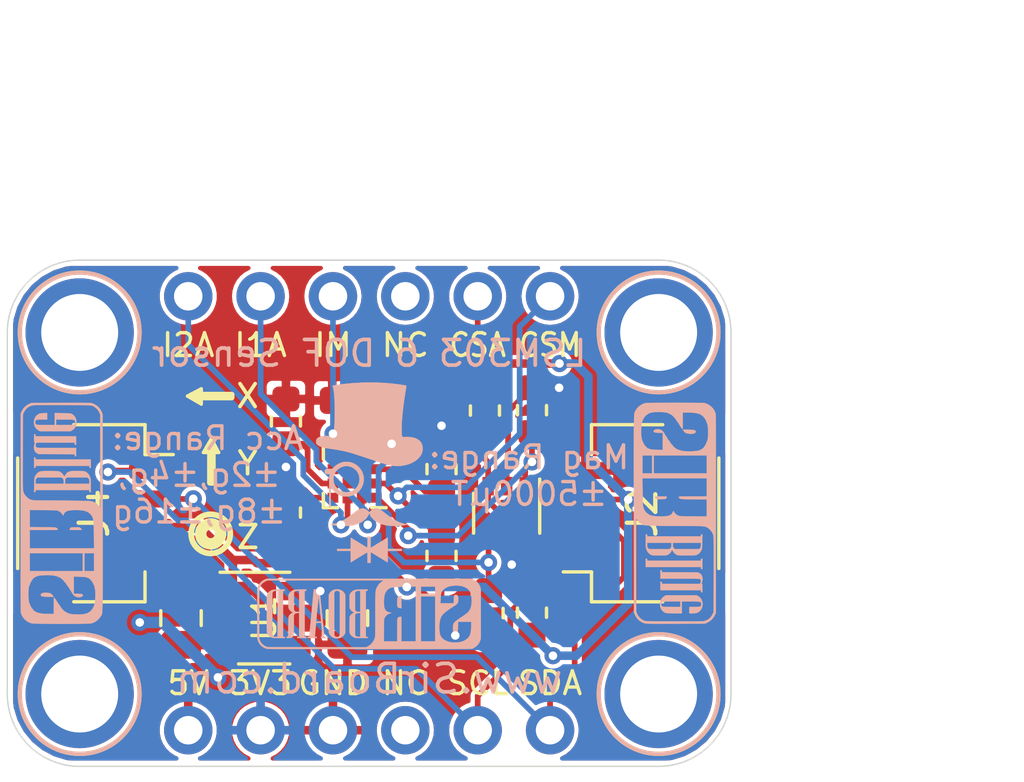
<source format=kicad_pcb>
(kicad_pcb (version 20171130) (host pcbnew "(5.1.2)-2")
  (title_block (title "LSM303AGR Breakout with 5V Level Shift") (date 2020-01-21) (rev 2) (company SirBoard) (comment 1 "Magnetometer: ±5000µT") (comment 2 "Accelerometer: ±2g, ±4g, ±8g, ±16g") (comment 3 "Digital 16 bit I2C/SPI Accelerometer And Magnetometer") (comment 4 "LSM303AGR - SirBlue"))
  (layers (0 F.Cu signal) (31 B.Cu signal) (34 B.Paste user hide) (35 F.Paste user hide) (36 B.SilkS user) (37 F.SilkS user) (38 B.Mask user hide) (39 F.Mask user hide) (44 Edge.Cuts user))
  (net 0 "")
  (net 1 GND)
  (net 2 5V)
  (net 3 3V3)
  (net 4 "Net-(U1-Pad4)")
  (net 5 SCL_5V)
  (net 6 SDA_3V3)
  (net 7 SDA_5V)
  (net 8 SCL_3V3)
  (net 9 "Net-(C2-Pad1)")
  (net 10 CS_MAG)
  (net 11 CS__XL)
  (net 12 INT_MAG)
  (net 13 INT1_XL)
  (net 14 INT2_XL)
  (net 15 "Net-(J1-Pad4)")
  (net 16 "Net-(J3-Pad4)")
  (module Capacitor_SMD:C_0603_1608Metric (layer F.Cu) (at 64.77 32.004 180)
    (fp_text reference C2 hide)
    (fp_text value 220nF)
    (pad 2 smd roundrect (at 0.7875 0 180) (size 0.875 0.95) (layers F.Cu F.Paste F.Mask) (net 1 GND))
    (pad 1 smd roundrect (at -0.7875 0 180) (size 0.875 0.95) (layers F.Cu F.Paste F.Mask) (net 9 "Net-(C2-Pad1)"))
  )
  (module Capacitor_SMD:C_0603_1608Metric (layer F.Cu) (at 62.357 35.941 270)
    (fp_text reference C3 hide)
    (fp_text value 100nF)
    (pad 2 smd roundrect (at 0.7875 0 270) (size 0.875 0.95) (layers F.Cu F.Paste F.Mask) (net 1 GND))
    (pad 1 smd roundrect (at -0.7875 0 270) (size 0.875 0.95) (layers F.Cu F.Paste F.Mask) (net 3 3V3))
  )
  (module Capacitor_SMD:C_0603_1608Metric (layer F.Cu) (at 62.357 32.7405 90)
    (fp_text reference C5 hide)
    (fp_text value 100nF)
    (pad 2 smd roundrect (at 0.7875 0 90) (size 0.875 0.95) (layers F.Cu F.Paste F.Mask) (net 1 GND))
    (pad 1 smd roundrect (at -0.7875 0 90) (size 0.875 0.95) (layers F.Cu F.Paste F.Mask) (net 3 3V3))
  )
  (module Resistor_SMD:R_0603_1608Metric (layer F.Cu) (at 67.818 37.465 90)
    (fp_text reference R1 hide)
    (fp_text value 10K)
    (pad 2 smd roundrect (at 0.7875 0 90) (size 0.875 0.95) (layers F.Cu F.Paste F.Mask) (net 11 CS__XL))
    (pad 1 smd roundrect (at -0.7875 0 90) (size 0.875 0.95) (layers F.Cu F.Paste F.Mask) (net 3 3V3))
  )
  (module Package_LGA:LGA-12_2x2mm_P0.5mm (layer F.Cu) (at 64.77 34.671 180)
    (fp_text reference U2 hide)
    (fp_text value LSM303AGR)
    (pad 12 smd rect (at -0.25 -0.7625 270) (size 0.375 0.35) (layers F.Cu F.Paste F.Mask) (net 13 INT1_XL))
    (pad 11 smd rect (at 0.25 -0.7625 270) (size 0.375 0.35) (layers F.Cu F.Paste F.Mask) (net 14 INT2_XL))
    (pad 6 smd rect (at 0.25 0.7625 270) (size 0.375 0.35) (layers F.Cu F.Paste F.Mask) (net 1 GND))
    (pad 5 smd rect (at -0.25 0.7625 270) (size 0.375 0.35) (layers F.Cu F.Paste F.Mask) (net 9 "Net-(C2-Pad1)"))
    (pad 10 smd rect (at 0.7625 -0.75 180) (size 0.375 0.35) (layers F.Cu F.Paste F.Mask) (net 3 3V3))
    (pad 1 smd rect (at -0.7625 -0.75 180) (size 0.375 0.35) (layers F.Cu F.Paste F.Mask) (net 8 SCL_3V3))
    (pad 7 smd rect (at 0.7625 0.75 180) (size 0.375 0.35) (layers F.Cu F.Paste F.Mask) (net 12 INT_MAG))
    (pad 4 smd rect (at -0.7625 0.75 180) (size 0.375 0.35) (layers F.Cu F.Paste F.Mask) (net 6 SDA_3V3))
    (pad 8 smd rect (at 0.7625 0.25 180) (size 0.375 0.35) (layers F.Cu F.Paste F.Mask) (net 1 GND))
    (pad 9 smd rect (at 0.7625 -0.25 180) (size 0.375 0.35) (layers F.Cu F.Paste F.Mask) (net 3 3V3))
    (pad 3 smd rect (at -0.7625 0.25 180) (size 0.375 0.35) (layers F.Cu F.Paste F.Mask) (net 10 CS_MAG))
    (pad 2 smd rect (at -0.7625 -0.25 180) (size 0.375 0.35) (layers F.Cu F.Paste F.Mask) (net 11 CS__XL))
  )
  (module Resistor_SMD:R_0603_1608Metric (layer F.Cu) (at 67.818 34.417 270)
    (fp_text reference R2 hide)
    (fp_text value 10K)
    (pad 2 smd roundrect (at 0.7875 0 270) (size 0.875 0.95) (layers F.Cu F.Paste F.Mask) (net 10 CS_MAG))
    (pad 1 smd roundrect (at -0.7875 0 270) (size 0.875 0.95) (layers F.Cu F.Paste F.Mask) (net 3 3V3))
  )
  (module logo:SirBoard79x25 (layer B.Cu) (at 65.278 39.497 180)
    (fp_text reference G*** hide)
    (fp_text value LOGO hide)
  )
  (module logo:logo63x89 (layer B.Cu) (at 65.278 34.544 180)
    (fp_text reference G*** hide)
    (fp_text value LOGO hide)
  )
  (module logo:SirBlue78x29 (layer B.Cu) (at 76.0095 35.9664 270)
    (fp_text reference G*** hide)
    (fp_text value LOGO hide)
  )
  (module logo:SirBlue78x29 (layer B.Cu) (at 54.483 35.9664 90)
    (fp_text reference G*** hide)
    (fp_text value LOGO hide)
  )
  (module Connector_PinHeader_2.54mm:PinHeader_1x06_P2.54mm_Vertical (layer B.Cu) (at 58.928 28.3464 270)
    (fp_text reference J3 hide)
    (fp_text value Conn_01x06)
    (pad 6 thru_hole oval (at 0 -12.7 270) (size 1.7 1.7) (drill 1) (layers *.Cu *.Mask) (net 11 CS__XL))
    (pad 5 thru_hole oval (at 0 -10.16 270) (size 1.7 1.7) (drill 1) (layers *.Cu *.Mask) (net 10 CS_MAG))
    (pad 4 thru_hole oval (at 0 -7.62 270) (size 1.7 1.7) (drill 1) (layers *.Cu *.Mask) (net 16 "Net-(J3-Pad4)"))
    (pad 3 thru_hole oval (at 0 -5.08 270) (size 1.7 1.7) (drill 1) (layers *.Cu *.Mask) (net 12 INT_MAG))
    (pad 2 thru_hole oval (at 0 -2.54 270) (size 1.7 1.7) (drill 1) (layers *.Cu *.Mask) (net 13 INT1_XL))
    (pad 1 thru_hole circle (at 0 0 270) (size 1.7 1.7) (drill 1) (layers *.Cu *.Mask) (net 14 INT2_XL))
  )
  (module Connector_PinHeader_2.54mm:PinHeader_1x06_P2.54mm_Vertical (layer B.Cu) (at 58.928 43.5864 270)
    (fp_text reference J1 hide)
    (fp_text value Conn_01x06)
    (pad 6 thru_hole oval (at 0 -12.7 270) (size 1.7 1.7) (drill 1) (layers *.Cu *.Mask) (net 7 SDA_5V))
    (pad 5 thru_hole oval (at 0 -10.16 270) (size 1.7 1.7) (drill 1) (layers *.Cu *.Mask) (net 5 SCL_5V))
    (pad 4 thru_hole oval (at 0 -7.62 270) (size 1.7 1.7) (drill 1) (layers *.Cu *.Mask) (net 15 "Net-(J1-Pad4)"))
    (pad 3 thru_hole oval (at 0 -5.08 270) (size 1.7 1.7) (drill 1) (layers *.Cu *.Mask) (net 1 GND))
    (pad 2 thru_hole oval (at 0 -2.54 270) (size 1.7 1.7) (drill 1) (layers *.Cu *.Mask) (net 3 3V3))
    (pad 1 thru_hole circle (at 0 0 270) (size 1.7 1.7) (drill 1) (layers *.Cu *.Mask) (net 2 5V))
  )
  (module Package_TO_SOT_SMD:SOT-23-5 (layer F.Cu) (at 61.595 39.6494)
    (fp_text reference U1 (at 0 0 90) (layer F.SilkS) (effects (font (size 0.8 0.8) (thickness 0.12))))
    (fp_text value AP2127K-3.3)
    (pad 5 smd rect (at 1.1 -0.95) (size 1.06 0.65) (layers F.Cu F.Paste F.Mask) (net 3 3V3))
    (pad 4 smd rect (at 1.1 0.95) (size 1.06 0.65) (layers F.Cu F.Paste F.Mask) (net 4 "Net-(U1-Pad4)"))
    (pad 3 smd rect (at -1.1 0.95) (size 1.06 0.65) (layers F.Cu F.Paste F.Mask) (net 2 5V))
    (pad 2 smd rect (at -1.1 0) (size 1.06 0.65) (layers F.Cu F.Paste F.Mask) (net 1 GND))
    (pad 1 smd rect (at -1.1 -0.95) (size 1.06 0.65) (layers F.Cu F.Paste F.Mask) (net 2 5V))
  )
  (module Connector_JST:JST_SH_SM04B-SRSS-TB_1x04-1MP_P1.00mm_Horizontal (layer F.Cu) (at 55.626 35.9664 270)
    (fp_text reference J4 (at 0 0 270) (layer F.SilkS))
    (fp_text value Conn_01x04)
    (pad MP smd roundrect (at 2.8 1.875 270) (size 1.2 1.8) (layers F.Cu F.Paste F.Mask) (roundrect_rratio 0.208333))
    (pad MP smd roundrect (at -2.8 1.875 270) (size 1.2 1.8) (layers F.Cu F.Paste F.Mask) (roundrect_rratio 0.208333))
    (pad 4 smd roundrect (at 1.5 -2 270) (size 0.6 1.55) (layers F.Cu F.Paste F.Mask) (net 1 GND))
    (pad 3 smd roundrect (at 0.5 -2 270) (size 0.6 1.55) (layers F.Cu F.Paste F.Mask) (net 2 5V))
    (pad 2 smd roundrect (at -0.5 -2 270) (size 0.6 1.55) (layers F.Cu F.Paste F.Mask) (net 7 SDA_5V))
    (pad 1 smd roundrect (at -1.5 -2 270) (size 0.6 1.55) (layers F.Cu F.Paste F.Mask) (net 5 SCL_5V))
  )
  (module Connector_JST:JST_SH_SM04B-SRSS-TB_1x04-1MP_P1.00mm_Horizontal (layer F.Cu) (at 74.8665 35.9664 90)
    (fp_text reference J2 (at 0 0 90) (layer F.SilkS))
    (fp_text value Conn_01x04)
    (pad MP smd roundrect (at 2.8 1.875 90) (size 1.2 1.8) (layers F.Cu F.Paste F.Mask) (roundrect_rratio 0.208333))
    (pad MP smd roundrect (at -2.8 1.875 90) (size 1.2 1.8) (layers F.Cu F.Paste F.Mask) (roundrect_rratio 0.208333))
    (pad 4 smd roundrect (at 1.5 -2 90) (size 0.6 1.55) (layers F.Cu F.Paste F.Mask) (net 1 GND))
    (pad 3 smd roundrect (at 0.5 -2 90) (size 0.6 1.55) (layers F.Cu F.Paste F.Mask) (net 2 5V))
    (pad 2 smd roundrect (at -0.5 -2 90) (size 0.6 1.55) (layers F.Cu F.Paste F.Mask) (net 7 SDA_5V))
    (pad 1 smd roundrect (at -1.5 -2 90) (size 0.6 1.55) (layers F.Cu F.Paste F.Mask) (net 5 SCL_5V))
  )
  (module Capacitor_SMD:C_0805_2012Metric (layer F.Cu) (at 64.516 39.6494 270)
    (fp_text reference C4 hide)
    (fp_text value 10uF)
    (pad 2 smd roundrect (at 0.9375 0 270) (size 0.975 1.4) (layers F.Cu F.Paste F.Mask) (net 1 GND))
    (pad 1 smd roundrect (at -0.9375 0 270) (size 0.975 1.4) (layers F.Cu F.Paste F.Mask) (net 3 3V3))
  )
  (module Capacitor_SMD:C_0805_2012Metric (layer F.Cu) (at 58.674 39.6494 90)
    (fp_text reference C1 hide)
    (fp_text value 10uF)
    (pad 2 smd roundrect (at 0.9375 0 90) (size 0.975 1.4) (layers F.Cu F.Paste F.Mask) (net 1 GND))
    (pad 1 smd roundrect (at -0.9375 0 90) (size 0.975 1.4) (layers F.Cu F.Paste F.Mask) (net 2 5V))
  )
  (module SirBoardLibrary:MountingHole_M2.5_SirBoard (layer F.Cu) (at 55.118 42.3164 270)
    (fp_text reference H1 hide)
    (fp_text value MountingHole)
    (pad 1 thru_hole circle (at 0 0 270) (size 3.8 3.8) (drill 2.7) (layers *.Cu *.Mask))
  )
  (module SirBoardLibrary:MountingHole_M2.5_SirBoard (layer F.Cu) (at 55.118 29.6164 270)
    (fp_text reference H2 hide)
    (fp_text value MountingHole)
    (pad 1 thru_hole circle (at 0 0 270) (size 3.8 3.8) (drill 2.7) (layers *.Cu *.Mask))
  )
  (module SirBoardLibrary:MountingHole_M2.5_SirBoard (layer F.Cu) (at 75.438 42.3164 90)
    (fp_text reference H3 hide)
    (fp_text value MountingHole)
    (pad 1 thru_hole circle (at 0 0 90) (size 3.8 3.8) (drill 2.7) (layers *.Cu *.Mask))
  )
  (module SirBoardLibrary:MountingHole_M2.5_SirBoard (layer F.Cu) (at 75.438 29.6164 90)
    (fp_text reference H4 hide)
    (fp_text value MountingHole)
    (pad 1 thru_hole circle (at 0 0 90) (size 3.8 3.8) (drill 2.7) (layers *.Cu *.Mask))
  )
  (module Resistor_SMD:R_0603_1608Metric (layer F.Cu) (at 69.342 32.3596 270)
    (fp_text reference R8 hide)
    (fp_text value 10K)
    (pad 2 smd roundrect (at 0.7875 0 270) (size 0.875 0.95) (layers F.Cu F.Paste F.Mask) (net 7 SDA_5V))
    (pad 1 smd roundrect (at -0.7875 0 270) (size 0.875 0.95) (layers F.Cu F.Paste F.Mask) (net 2 5V))
  )
  (module Resistor_SMD:R_0603_1608Metric (layer F.Cu) (at 69.469 39.4716 270)
    (fp_text reference R7 hide)
    (fp_text value 10K)
    (pad 2 smd roundrect (at 0.7875 0 270) (size 0.875 0.95) (layers F.Cu F.Paste F.Mask) (net 3 3V3))
    (pad 1 smd roundrect (at -0.7875 0 270) (size 0.875 0.95) (layers F.Cu F.Paste F.Mask) (net 6 SDA_3V3))
  )
  (module Resistor_SMD:R_0603_1608Metric (layer F.Cu) (at 70.993 39.4589 90)
    (fp_text reference R6 hide)
    (fp_text value 10K)
    (pad 2 smd roundrect (at 0.7875 0 90) (size 0.875 0.95) (layers F.Cu F.Paste F.Mask) (net 5 SCL_5V))
    (pad 1 smd roundrect (at -0.7875 0 90) (size 0.875 0.95) (layers F.Cu F.Paste F.Mask) (net 2 5V))
  )
  (module Resistor_SMD:R_0603_1608Metric (layer F.Cu) (at 70.993 32.3469 90)
    (fp_text reference R5 hide)
    (fp_text value 10K)
    (pad 2 smd roundrect (at 0.7875 0 90) (size 0.875 0.95) (layers F.Cu F.Paste F.Mask) (net 3 3V3))
    (pad 1 smd roundrect (at -0.7875 0 90) (size 0.875 0.95) (layers F.Cu F.Paste F.Mask) (net 8 SCL_3V3))
  )
  (module Package_TO_SOT_SMD:SOT-363_SC-70-6 (layer F.Cu) (at 70.104 35.9664 270)
    (fp_text reference Q2 hide)
    (fp_text value BSS138DW)
    (pad 6 smd rect (at 0.95 -0.65 270) (size 0.65 0.4) (layers F.Cu F.Paste F.Mask) (net 5 SCL_5V))
    (pad 4 smd rect (at 0.95 0.65 270) (size 0.65 0.4) (layers F.Cu F.Paste F.Mask) (net 6 SDA_3V3))
    (pad 2 smd rect (at -0.95 0 270) (size 0.65 0.4) (layers F.Cu F.Paste F.Mask) (net 3 3V3))
    (pad 5 smd rect (at 0.95 0 270) (size 0.65 0.4) (layers F.Cu F.Paste F.Mask) (net 3 3V3))
    (pad 3 smd rect (at -0.95 0.65 270) (size 0.65 0.4) (layers F.Cu F.Paste F.Mask) (net 7 SDA_5V))
    (pad 1 smd rect (at -0.95 -0.65 270) (size 0.65 0.4) (layers F.Cu F.Paste F.Mask) (net 8 SCL_3V3))
  )
  (gr_line (start 59.4614 33.8328) (end 59.9948 33.8328) (layer F.SilkS) (width 0.12))
  (gr_line (start 59.5376 33.7566) (end 59.9186 33.7566) (layer F.SilkS) (width 0.12))
  (gr_line (start 59.7916 34.8996) (end 59.7916 33.528) (layer F.SilkS) (width 0.2))
  (gr_line (start 59.69 34.8996) (end 59.69 33.528) (layer F.SilkS) (width 0.2))
  (gr_line (start 59.7408 34.8996) (end 59.7408 33.528) (layer F.SilkS) (width 0.2))
  (gr_line (start 59.7408 33.3502) (end 59.4614 33.8328) (layer F.SilkS) (width 0.12))
  (gr_line (start 59.7408 33.3502) (end 59.9948 33.8328) (layer F.SilkS) (width 0.12))
  (gr_line (start 59.309 32.0548) (end 59.309 31.6738) (layer F.SilkS) (width 0.12))
  (gr_line (start 59.3852 32.131) (end 59.3852 31.5976) (layer F.SilkS) (width 0.12))
  (gr_line (start 60.452 31.8516) (end 59.0804 31.8516) (layer F.SilkS) (width 0.2))
  (gr_line (start 60.452 31.9024) (end 59.0804 31.9024) (layer F.SilkS) (width 0.2))
  (gr_line (start 60.452 31.8008) (end 59.0804 31.8008) (layer F.SilkS) (width 0.2))
  (gr_line (start 58.9026 31.8516) (end 59.3852 32.131) (layer F.SilkS) (width 0.12))
  (gr_line (start 58.9026 31.8516) (end 59.3852 31.5976) (layer F.SilkS) (width 0.12))
  (gr_text CSM (at 71.628 30.0609) (layer F.SilkS) (effects (font (size 0.8 0.7) (thickness 0.12))))
  (gr_text "Acc Range: \n±2g,±4g,\n±8g,±16g" (at 59.309 34.6202) (layer B.SilkS) (effects (font (size 0.8 0.8) (thickness 0.12)) (justify mirror)))
  (gr_text "Mag Range:\n±5000μT" (at 70.8914 34.6456) (layer B.SilkS) (effects (font (size 0.8 0.8) (thickness 0.12)) (justify mirror)))
  (gr_text Y (at 61.0108 34.2138) (layer F.SilkS) (effects (font (size 0.8 0.8) (thickness 0.13))))
  (gr_text Z (at 61.0235 36.7284 180) (layer F.SilkS) (effects (font (size 0.8 0.8) (thickness 0.13))))
  (gr_text X (at 61.0108 31.8516) (layer F.SilkS) (effects (font (size 0.8 0.8) (thickness 0.13))))
  (gr_circle (center 59.7154 36.6903) (end 59.8654 36.6903) (layer F.SilkS) (width 0.4))
  (gr_arc (start 59.7154 36.6903) (end 59.7408 36.0045) (angle -357.8050689) (layer F.SilkS) (width 0.2))
  (gr_text CSA (at 69.088 30.0609) (layer F.SilkS) (effects (font (size 0.8 0.7) (thickness 0.12))))
  (gr_text I2A (at 58.928 30.0609) (layer F.SilkS) (effects (font (size 0.8 0.8) (thickness 0.12))))
  (gr_text I1A (at 61.468 30.0609) (layer F.SilkS) (effects (font (size 0.8 0.8) (thickness 0.12))))
  (gr_text IM (at 64.008 30.0609) (layer F.SilkS) (effects (font (size 0.8 0.8) (thickness 0.12))))
  (gr_text NC (at 66.548 30.0609) (layer F.SilkS) (effects (font (size 0.8 0.8) (thickness 0.12))))
  (gr_text 5V (at 58.928 41.9354) (layer F.SilkS) (effects (font (size 0.8 0.8) (thickness 0.12))))
  (gr_text 3V3 (at 61.468 41.9354) (layer F.SilkS) (effects (font (size 0.8 0.8) (thickness 0.12))))
  (gr_text GND (at 64.008 41.9354) (layer F.SilkS) (effects (font (size 0.8 0.8) (thickness 0.12))))
  (gr_text NC (at 66.548 41.9354) (layer F.SilkS) (effects (font (size 0.8 0.8) (thickness 0.12))))
  (gr_text SCL (at 69.088 41.9354) (layer F.SilkS) (effects (font (size 0.8 0.8) (thickness 0.12))))
  (gr_text SDA (at 71.628 41.9354) (layer F.SilkS) (effects (font (size 0.8 0.8) (thickness 0.12))))
  (gr_arc (start 55.118 29.6164) (end 55.118 27.0764) (angle -90) (layer Edge.Cuts) (width 0.05))
  (gr_arc (start 75.438 29.6164) (end 77.978 29.6164) (angle -90) (layer Edge.Cuts) (width 0.05))
  (gr_arc (start 75.438 42.3164) (end 75.438 44.8564) (angle -90) (layer Edge.Cuts) (width 0.05))
  (gr_arc (start 55.118 42.3164) (end 52.578 42.3164) (angle -90) (layer Edge.Cuts) (width 0.05))
  (gr_line (start 52.578 42.3164) (end 52.578 29.6164) (layer Edge.Cuts) (width 0.05))
  (gr_line (start 55.118 27.0764) (end 75.438 27.0764) (layer Edge.Cuts) (width 0.05))
  (gr_line (start 77.978 29.6164) (end 77.978 42.3164) (layer Edge.Cuts) (width 0.05))
  (gr_line (start 75.438 44.8564) (end 55.118 44.8564) (layer Edge.Cuts) (width 0.05))
  (gr_text "LSM303 6 DOF Sensor" (at 65.278 30.353) (layer B.SilkS) (effects (font (size 0.9 0.9) (thickness 0.13)) (justify mirror)))
  (gr_text www.SirBoard.com (at 65.278 41.783) (layer B.SilkS) (effects (font (size 1 1) (thickness 0.13)) (justify mirror)))
  (via (at 59.9694 41.7322) (size 0.6) (drill 0.3) (layers F.Cu B.Cu) (net 1))
  (via (at 57.2262 39.8018) (size 0.6) (drill 0.3) (layers F.Cu B.Cu) (net 1))
  (segment (start 58.039 39.8018) (end 59.9694 41.7322) (width 0.4) (layer B.Cu) (net 1))
  (segment (start 57.2262 39.8018) (end 58.039 39.8018) (width 0.4) (layer B.Cu) (net 1))
  (segment (start 58.674 40.5869) (end 58.674 41.7449) (width 0.3) (layer F.Cu) (net 2))
  (segment (start 58.928 41.9989) (end 58.928 43.5864) (width 0.3) (layer F.Cu) (net 2))
  (segment (start 58.674 41.7449) (end 58.928 41.9989) (width 0.3) (layer F.Cu) (net 2))
  (segment (start 58.6865 40.5994) (end 58.674 40.5869) (width 0.3) (layer F.Cu) (net 2))
  (segment (start 60.495 40.5994) (end 58.6865 40.5994) (width 0.3) (layer F.Cu) (net 2))
  (segment (start 61.2165 40.5994) (end 60.495 40.5994) (width 0.3) (layer F.Cu) (net 2))
  (segment (start 61.468 40.3479) (end 61.2165 40.5994) (width 0.3) (layer F.Cu) (net 2))
  (segment (start 61.468 38.9509) (end 61.468 40.3479) (width 0.3) (layer F.Cu) (net 2))
  (segment (start 60.495 38.6994) (end 61.2165 38.6994) (width 0.3) (layer F.Cu) (net 2))
  (segment (start 61.2165 38.6994) (end 61.468 38.9509) (width 0.3) (layer F.Cu) (net 2))
  (via (at 71.7296 40.9702) (size 0.6) (drill 0.3) (layers F.Cu B.Cu) (net 2))
  (segment (start 70.993 40.2464) (end 71.0058 40.2464) (width 0.2) (layer F.Cu) (net 2))
  (segment (start 71.0058 40.2464) (end 71.7296 40.9702) (width 0.2) (layer F.Cu) (net 2))
  (segment (start 71.7296 40.9702) (end 72.5424 40.9702) (width 0.3) (layer B.Cu) (net 2))
  (via (at 74.3712 35.4838) (size 0.6) (drill 0.3) (layers F.Cu B.Cu) (net 2))
  (segment (start 72.5424 40.9702) (end 74.3712 39.1414) (width 0.3) (layer B.Cu) (net 2))
  (segment (start 74.3712 39.1414) (end 74.3712 35.4838) (width 0.3) (layer B.Cu) (net 2))
  (segment (start 72.8839 35.4838) (end 72.8665 35.4664) (width 0.2) (layer F.Cu) (net 2))
  (segment (start 74.3712 35.4838) (end 72.8839 35.4838) (width 0.2) (layer F.Cu) (net 2))
  (segment (start 60.495 37.6096) (end 60.495 38.6994) (width 0.3) (layer F.Cu) (net 2))
  (segment (start 59.3344 36.449) (end 60.495 37.6096) (width 0.3) (layer F.Cu) (net 2))
  (segment (start 57.626 36.4664) (end 57.6434 36.449) (width 0.3) (layer F.Cu) (net 2))
  (segment (start 57.6434 36.449) (end 59.3344 36.449) (width 0.3) (layer F.Cu) (net 2))
  (segment (start 60.495 37.6096) (end 61.2316 37.6096) (width 0.3) (layer F.Cu) (net 2))
  (segment (start 61.2316 37.6096) (end 61.341 37.719) (width 0.3) (layer F.Cu) (net 2))
  (segment (start 61.341 37.719) (end 65.7606 37.719) (width 0.3) (layer F.Cu) (net 2))
  (via (at 66.5988 38.5572) (size 0.6) (drill 0.3) (layers F.Cu B.Cu) (net 2))
  (segment (start 65.7606 37.719) (end 66.5988 38.5572) (width 0.3) (layer F.Cu) (net 2))
  (segment (start 69.3166 38.5572) (end 71.7296 40.9702) (width 0.3) (layer B.Cu) (net 2))
  (segment (start 66.5988 38.5572) (end 69.3166 38.5572) (width 0.3) (layer B.Cu) (net 2))
  (via (at 71.9582 30.7086) (size 0.6) (drill 0.3) (layers F.Cu B.Cu) (net 2))
  (segment (start 69.342 31.5721) (end 70.2055 30.7086) (width 0.3) (layer F.Cu) (net 2))
  (segment (start 70.2055 30.7086) (end 71.9582 30.7086) (width 0.3) (layer F.Cu) (net 2))
  (segment (start 72.9742 34.0868) (end 74.3712 35.4838) (width 0.3) (layer B.Cu) (net 2))
  (segment (start 72.9742 31.1658) (end 72.9742 34.0868) (width 0.3) (layer B.Cu) (net 2))
  (segment (start 71.9582 30.7086) (end 72.517 30.7086) (width 0.3) (layer B.Cu) (net 2))
  (segment (start 72.517 30.7086) (end 72.9742 31.1658) (width 0.3) (layer B.Cu) (net 2))
  (segment (start 64.5035 38.6994) (end 64.516 38.7119) (width 0.3) (layer F.Cu) (net 3))
  (segment (start 62.695 38.6994) (end 63.561 38.6994) (width 0.3) (layer F.Cu) (net 3))
  (segment (start 63.561 38.6994) (end 63.561 38.6994) (width 0.3) (layer F.Cu) (net 3))
  (segment (start 70.104 34.4914) (end 70.1548 34.4406) (width 0.2) (layer F.Cu) (net 3))
  (segment (start 70.104 35.0164) (end 70.104 34.4914) (width 0.2) (layer F.Cu) (net 3))
  (segment (start 70.1548 32.3976) (end 70.993 31.5594) (width 0.2) (layer F.Cu) (net 3))
  (segment (start 70.1548 34.4406) (end 70.1548 32.3976) (width 0.2) (layer F.Cu) (net 3))
  (segment (start 68.3007 40.2591) (end 68.3007 40.2591) (width 0.2) (layer F.Cu) (net 3))
  (segment (start 67.818 38.2525) (end 67.818 39.7764) (width 0.2) (layer F.Cu) (net 3))
  (segment (start 67.818 39.7764) (end 68.3007 40.2591) (width 0.2) (layer F.Cu) (net 3))
  (segment (start 68.3007 40.2591) (end 69.469 40.2591) (width 0.2) (layer F.Cu) (net 3))
  (via (at 68.3007 40.2591) (size 0.6) (drill 0.3) (layers F.Cu B.Cu) (net 3))
  (segment (start 63.561 38.6994) (end 64.5035 38.6994) (width 0.3) (layer F.Cu) (net 3))
  (via (at 63.561 38.6994) (size 0.6) (drill 0.3) (layers F.Cu B.Cu) (net 3))
  (segment (start 62.357 33.658) (end 62.357 33.528) (width 0.2) (layer F.Cu) (net 3))
  (segment (start 64.0075 35.421) (end 63.2848 35.421) (width 0.2) (layer F.Cu) (net 3))
  (segment (start 63.0173 35.1535) (end 62.357 35.1535) (width 0.2) (layer F.Cu) (net 3))
  (segment (start 63.2848 35.421) (end 63.0173 35.1535) (width 0.2) (layer F.Cu) (net 3))
  (segment (start 62.357 33.528) (end 62.357 34.3408) (width 0.2) (layer F.Cu) (net 3))
  (segment (start 62.357 34.3408) (end 62.357 35.1535) (width 0.2) (layer F.Cu) (net 3))
  (via (at 62.357 34.3408) (size 0.6) (drill 0.3) (layers F.Cu B.Cu) (net 3))
  (segment (start 63.62 34.921) (end 64.0075 34.921) (width 0.2) (layer F.Cu) (net 3))
  (segment (start 63.119 34.42) (end 63.62 34.921) (width 0.2) (layer F.Cu) (net 3))
  (segment (start 63.119 33.715) (end 63.119 34.42) (width 0.2) (layer F.Cu) (net 3))
  (segment (start 62.357 33.528) (end 62.932 33.528) (width 0.2) (layer F.Cu) (net 3))
  (segment (start 62.932 33.528) (end 63.119 33.715) (width 0.2) (layer F.Cu) (net 3))
  (via (at 70.2818 37.7698) (size 0.6) (drill 0.3) (layers F.Cu B.Cu) (net 3))
  (segment (start 70.104 36.9164) (end 70.104 37.592) (width 0.2) (layer F.Cu) (net 3))
  (segment (start 70.104 37.592) (end 70.2818 37.7698) (width 0.2) (layer F.Cu) (net 3))
  (via (at 71.9456 31.5594) (size 0.6) (drill 0.3) (layers F.Cu B.Cu) (net 3))
  (segment (start 70.993 31.5594) (end 71.9456 31.5594) (width 0.2) (layer F.Cu) (net 3))
  (via (at 67.818 32.893) (size 0.6) (drill 0.3) (layers F.Cu B.Cu) (net 3))
  (segment (start 67.818 33.6295) (end 67.818 32.893) (width 0.3) (layer F.Cu) (net 3))
  (segment (start 67.818 32.893) (end 68.3514 32.3596) (width 0.2) (layer F.Cu) (net 3))
  (segment (start 70.1168 32.3596) (end 70.1548 32.3976) (width 0.2) (layer F.Cu) (net 3))
  (segment (start 68.3514 32.3596) (end 70.1168 32.3596) (width 0.2) (layer F.Cu) (net 3))
  (segment (start 70.993 37.7444) (end 70.993 38.6714) (width 0.2) (layer F.Cu) (net 5))
  (segment (start 71.271 37.4664) (end 70.993 37.7444) (width 0.2) (layer F.Cu) (net 5))
  (segment (start 72.8665 37.4664) (end 71.271 37.4664) (width 0.2) (layer F.Cu) (net 5))
  (segment (start 69.088 42.384319) (end 70.231 41.241319) (width 0.2) (layer F.Cu) (net 5))
  (segment (start 69.088 43.5864) (end 69.088 42.384319) (width 0.2) (layer F.Cu) (net 5))
  (segment (start 70.231 39.4334) (end 70.993 38.6714) (width 0.2) (layer F.Cu) (net 5))
  (segment (start 70.231 41.241319) (end 70.231 39.4334) (width 0.2) (layer F.Cu) (net 5))
  (segment (start 71.2724 37.465) (end 70.993 37.7444) (width 0.2) (layer F.Cu) (net 5))
  (segment (start 71.2724 37.1602) (end 71.2724 37.465) (width 0.2) (layer F.Cu) (net 5))
  (segment (start 70.754 36.9164) (end 71.0286 36.9164) (width 0.2) (layer F.Cu) (net 5))
  (segment (start 71.0286 36.9164) (end 71.2724 37.1602) (width 0.2) (layer F.Cu) (net 5))
  (via (at 56.1086 34.5186) (size 0.6) (drill 0.3) (layers F.Cu B.Cu) (net 5))
  (segment (start 56.1608 34.4664) (end 57.626 34.4664) (width 0.2) (layer F.Cu) (net 5))
  (segment (start 56.1086 34.5186) (end 56.1608 34.4664) (width 0.2) (layer F.Cu) (net 5))
  (segment (start 56.8706 34.5186) (end 56.1086 34.5186) (width 0.2) (layer B.Cu) (net 5))
  (segment (start 58.5724 36.2204) (end 56.8706 34.5186) (width 0.2) (layer B.Cu) (net 5))
  (segment (start 58.8518 36.2204) (end 58.5724 36.2204) (width 0.2) (layer B.Cu) (net 5))
  (segment (start 64.0588 41.4274) (end 58.8518 36.2204) (width 0.2) (layer B.Cu) (net 5))
  (segment (start 69.088 43.5864) (end 66.929 41.4274) (width 0.2) (layer B.Cu) (net 5))
  (segment (start 66.929 41.4274) (end 64.0588 41.4274) (width 0.2) (layer B.Cu) (net 5))
  (segment (start 69.469 36.9314) (end 69.454 36.9164) (width 0.2) (layer F.Cu) (net 6))
  (via (at 66.0654 33.528) (size 0.6) (drill 0.3) (layers F.Cu B.Cu) (net 6))
  (segment (start 65.5325 33.921) (end 65.545 33.921) (width 0.2) (layer F.Cu) (net 6))
  (segment (start 65.938 33.528) (end 66.0654 33.528) (width 0.2) (layer F.Cu) (net 6))
  (segment (start 65.545 33.921) (end 65.938 33.528) (width 0.2) (layer F.Cu) (net 6))
  (segment (start 66.0654 33.952264) (end 65.6082 34.409464) (width 0.2) (layer B.Cu) (net 6))
  (segment (start 66.0654 33.528) (end 66.0654 33.952264) (width 0.2) (layer B.Cu) (net 6))
  (segment (start 65.6082 34.409464) (end 65.6082 35.6616) (width 0.2) (layer B.Cu) (net 6))
  (segment (start 65.6082 35.6616) (end 65.9638 36.0172) (width 0.2) (layer B.Cu) (net 6))
  (segment (start 65.9638 36.0172) (end 65.9638 37.1602) (width 0.2) (layer B.Cu) (net 6))
  (via (at 69.469 37.6936) (size 0.6) (drill 0.3) (layers F.Cu B.Cu) (net 6))
  (segment (start 66.4972 37.6936) (end 69.469 37.6936) (width 0.2) (layer B.Cu) (net 6))
  (segment (start 65.9638 37.1602) (end 66.4972 37.6936) (width 0.2) (layer B.Cu) (net 6))
  (segment (start 69.469 38.6841) (end 69.469 37.6936) (width 0.2) (layer F.Cu) (net 6))
  (segment (start 69.469 37.6936) (end 69.469 36.9314) (width 0.2) (layer F.Cu) (net 6))
  (segment (start 69.454 35.0164) (end 69.454 34.1734) (width 0.2) (layer F.Cu) (net 7))
  (segment (start 69.342 34.0614) (end 69.342 33.1471) (width 0.2) (layer F.Cu) (net 7))
  (segment (start 69.454 34.1734) (end 69.342 34.0614) (width 0.2) (layer F.Cu) (net 7))
  (segment (start 69.454 35.5414) (end 69.8536 35.941) (width 0.2) (layer F.Cu) (net 7))
  (segment (start 69.454 35.0164) (end 69.454 35.5414) (width 0.2) (layer F.Cu) (net 7))
  (segment (start 69.8536 35.941) (end 71.2724 35.941) (width 0.2) (layer F.Cu) (net 7))
  (segment (start 71.7978 36.4664) (end 72.8665 36.4664) (width 0.2) (layer F.Cu) (net 7))
  (segment (start 71.2724 35.941) (end 71.7978 36.4664) (width 0.2) (layer F.Cu) (net 7))
  (segment (start 73.7415 36.4664) (end 72.8665 36.4664) (width 0.2) (layer F.Cu) (net 7))
  (segment (start 71.628 42.384319) (end 72.4916 41.520719) (width 0.2) (layer F.Cu) (net 7))
  (segment (start 71.628 43.5864) (end 71.628 42.384319) (width 0.2) (layer F.Cu) (net 7))
  (segment (start 72.4916 41.520719) (end 72.4916 39.9288) (width 0.2) (layer F.Cu) (net 7))
  (segment (start 72.4916 39.9288) (end 74.2188 38.2016) (width 0.2) (layer F.Cu) (net 7))
  (segment (start 74.2188 38.2016) (end 74.2188 36.9437) (width 0.2) (layer F.Cu) (net 7))
  (segment (start 74.2188 36.9437) (end 73.7415 36.4664) (width 0.2) (layer F.Cu) (net 7))
  (segment (start 59.405799 35.758399) (end 59.1058 35.4584) (width 0.2) (layer B.Cu) (net 7))
  (segment (start 64.6684 41.021) (end 59.405799 35.758399) (width 0.2) (layer B.Cu) (net 7))
  (segment (start 71.628 43.5864) (end 69.0626 41.021) (width 0.2) (layer B.Cu) (net 7))
  (segment (start 59.0978 35.4664) (end 59.1058 35.4584) (width 0.2) (layer F.Cu) (net 7))
  (segment (start 57.626 35.4664) (end 59.0978 35.4664) (width 0.2) (layer F.Cu) (net 7))
  (segment (start 69.0626 41.021) (end 64.6684 41.021) (width 0.2) (layer B.Cu) (net 7))
  (via (at 59.1058 35.4584) (size 0.6) (drill 0.3) (layers F.Cu B.Cu) (net 7))
  (segment (start 70.754 34.402) (end 70.754 35.0164) (width 0.2) (layer F.Cu) (net 8))
  (segment (start 70.993 33.1344) (end 70.993 34.163) (width 0.2) (layer F.Cu) (net 8))
  (segment (start 70.993 34.163) (end 70.993 34.163) (width 0.2) (layer F.Cu) (net 8))
  (segment (start 70.993 34.163) (end 70.754 34.402) (width 0.2) (layer F.Cu) (net 8))
  (via (at 70.993 34.163) (size 0.6) (drill 0.3) (layers F.Cu B.Cu) (net 8))
  (segment (start 67.073864 36.7538) (end 66.6496 36.7538) (width 0.2) (layer B.Cu) (net 8))
  (segment (start 68.4022 36.7538) (end 67.073864 36.7538) (width 0.2) (layer B.Cu) (net 8))
  (segment (start 66.6496 36.5256) (end 66.6496 36.7538) (width 0.2) (layer F.Cu) (net 8))
  (segment (start 70.993 34.163) (end 68.4022 36.7538) (width 0.2) (layer B.Cu) (net 8))
  (segment (start 65.545 35.421) (end 66.6496 36.5256) (width 0.2) (layer F.Cu) (net 8))
  (segment (start 65.5325 35.421) (end 65.545 35.421) (width 0.2) (layer F.Cu) (net 8))
  (via (at 66.6496 36.7538) (size 0.6) (drill 0.3) (layers F.Cu B.Cu) (net 8))
  (segment (start 65.5575 32.7659) (end 65.5575 32.004) (width 0.2) (layer F.Cu) (net 9))
  (segment (start 65.02 33.9085) (end 65.02 33.3034) (width 0.2) (layer F.Cu) (net 9))
  (segment (start 65.02 33.3034) (end 65.5575 32.7659) (width 0.2) (layer F.Cu) (net 9))
  (segment (start 65.5325 34.421) (end 66.3996 34.421) (width 0.2) (layer F.Cu) (net 10))
  (segment (start 66.4595 34.421) (end 66.3996 34.421) (width 0.2) (layer F.Cu) (net 10))
  (segment (start 67.243 35.2045) (end 66.4595 34.421) (width 0.2) (layer F.Cu) (net 10))
  (segment (start 67.818 35.2045) (end 67.243 35.2045) (width 0.2) (layer F.Cu) (net 10))
  (segment (start 69.088 29.9212) (end 69.088 28.3464) (width 0.2) (layer F.Cu) (net 10))
  (segment (start 66.675 32.3342) (end 69.088 29.9212) (width 0.2) (layer F.Cu) (net 10))
  (segment (start 66.3996 34.421) (end 66.675 34.1456) (width 0.2) (layer F.Cu) (net 10))
  (segment (start 66.675 34.1456) (end 66.675 32.3342) (width 0.2) (layer F.Cu) (net 10))
  (segment (start 67.6147 36.6775) (end 67.818 36.6775) (width 0.2) (layer F.Cu) (net 11))
  (segment (start 65.5325 34.921) (end 65.8582 34.921) (width 0.2) (layer F.Cu) (net 11))
  (segment (start 65.8582 34.921) (end 66.294 35.3568) (width 0.2) (layer F.Cu) (net 11))
  (segment (start 66.294 35.3568) (end 67.6147 36.6775) (width 0.2) (layer F.Cu) (net 11))
  (via (at 66.294 35.3568) (size 0.6) (drill 0.3) (layers F.Cu B.Cu) (net 11))
  (segment (start 70.5612 29.4132) (end 71.628 28.3464) (width 0.2) (layer B.Cu) (net 11))
  (segment (start 70.5612 33.1724) (end 70.5612 29.4132) (width 0.2) (layer B.Cu) (net 11))
  (segment (start 68.676799 35.056801) (end 70.5612 33.1724) (width 0.2) (layer B.Cu) (net 11))
  (segment (start 66.294 35.3568) (end 66.593999 35.056801) (width 0.2) (layer B.Cu) (net 11))
  (segment (start 66.593999 35.056801) (end 68.676799 35.056801) (width 0.2) (layer B.Cu) (net 11))
  (via (at 64.008 33.1724) (size 0.6) (drill 0.3) (layers F.Cu B.Cu) (net 12))
  (segment (start 64.0075 33.921) (end 64.0075 33.1729) (width 0.2) (layer F.Cu) (net 12))
  (segment (start 64.0075 33.1729) (end 64.008 33.1724) (width 0.2) (layer F.Cu) (net 12))
  (segment (start 64.008 33.1724) (end 64.008 28.3464) (width 0.2) (layer B.Cu) (net 12))
  (via (at 65.2272 36.3728) (size 0.6) (drill 0.3) (layers F.Cu B.Cu) (net 13))
  (segment (start 65.02 35.4335) (end 65.02 36.1656) (width 0.2) (layer F.Cu) (net 13))
  (segment (start 65.02 36.1656) (end 65.2272 36.3728) (width 0.2) (layer F.Cu) (net 13))
  (segment (start 65.2272 35.948536) (end 63.4238 34.145136) (width 0.2) (layer B.Cu) (net 13))
  (segment (start 65.2272 36.3728) (end 65.2272 35.948536) (width 0.2) (layer B.Cu) (net 13))
  (segment (start 63.4238 34.145136) (end 63.4238 33.7312) (width 0.2) (layer B.Cu) (net 13))
  (segment (start 61.468 31.7754) (end 61.468 28.3464) (width 0.2) (layer B.Cu) (net 13))
  (segment (start 63.4238 33.7312) (end 61.468 31.7754) (width 0.2) (layer B.Cu) (net 13))
  (via (at 64.2874 36.3728) (size 0.6) (drill 0.3) (layers F.Cu B.Cu) (net 14))
  (segment (start 64.52 35.4335) (end 64.52 36.1402) (width 0.2) (layer F.Cu) (net 14))
  (segment (start 64.52 36.1402) (end 64.2874 36.3728) (width 0.2) (layer F.Cu) (net 14))
  (segment (start 64.2874 35.948536) (end 62.9666 34.627736) (width 0.2) (layer B.Cu) (net 14))
  (segment (start 64.2874 36.3728) (end 64.2874 35.948536) (width 0.2) (layer B.Cu) (net 14))
  (segment (start 62.9666 34.627736) (end 62.9666 34.0868) (width 0.2) (layer B.Cu) (net 14))
  (segment (start 58.928 30.0482) (end 58.928 28.3464) (width 0.2) (layer B.Cu) (net 14))
  (segment (start 62.9666 34.0868) (end 58.928 30.0482) (width 0.2) (layer B.Cu) (net 14))
  (zone (net 3) (net_name 3V3) (layer B.Cu) (connect_pads (clearance 0.15)) (min_thickness 0.15) (fill yes (arc_segments 32) (thermal_gap 0.2) (thermal_bridge_width 0.3))
    (polygon (pts (xy 52.7812 27.2796) (xy 77.7748 27.2796) (xy 77.7748 44.6532) (xy 52.7812 44.6532)))
  )
  (zone (net 1) (net_name GND) (layer F.Cu) (connect_pads (clearance 0.15)) (min_thickness 0.15) (fill yes (arc_segments 32) (thermal_gap 0.2) (thermal_bridge_width 0.3))
    (polygon (pts (xy 52.7812 27.2796) (xy 77.7748 27.2796) (xy 77.7748 44.6532) (xy 52.7812 44.6532)))
  )
)
</source>
